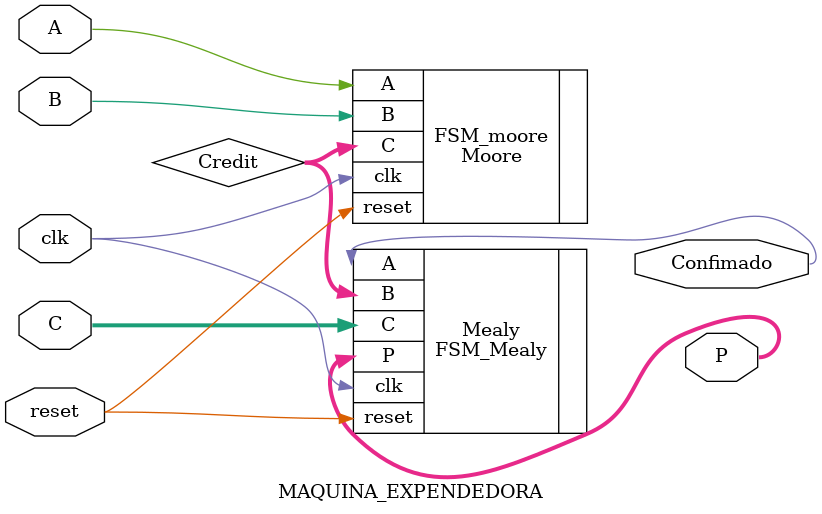
<source format=sv>
`timescale 1ns / 1ps

module MAQUINA_EXPENDEDORA(
    input logic clk, reset, A, B,
    input logic [1:0] C,
    output logic [1:0] P,
    output logic Confimado
    );
    
logic [1:0] Credit;
   
Moore FSM_moore (
    .clk(clk),
    .reset(reset),
    .A(A),
    .B(B),
    .C(Credit)
   );
   
FSM_Mealy Mealy (
    .clk(clk),
    .reset(reset),
    .B(Credit),
    .C(C),
    .P(P),
    .A(Confimado)
   );
endmodule

</source>
